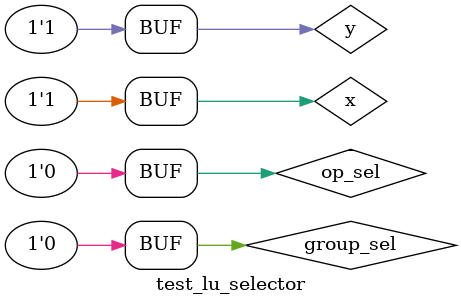
<source format=v>

module lu (
    output and_out,
    output nand_out,
    output or_out,
    output nor_out,
    input a,
    input b
);
// Descrever por portas
    and AND1 (and_out, a, b);
    nand NAND1 (nand_out, a, b);
    or OR1 (or_out, a, b);
    nor NOR1 (nor_out, a, b);
endmodule // lu

// -------------------------
// Multiplexer 2x1
// -------------------------
module mux2x1 (
    output s,
    input a,
    input b,
    input select
);
// Definir dados locais
    wire not_select;
    wire sa;
    wire sb;
// Descrever por portas
    not NOT1 (not_select, select);
    and AND1 (sa, a, not_select);
    and AND2 (sb, b, select);
    or OR1 (s, sa, sb);
endmodule // mux2x1

// -------------------------
// Seleção de grupo e operação
// -------------------------
module lu_selector (
    output result,
    input a,
    input b,
    input op_select,  // Seleciona operação dentro do grupo
    input group_select // Seleciona grupo (0: AND/NAND, 1: OR/NOR)
);
// Definir dados locais
    wire and_out, nand_out, or_out, nor_out;
    wire selected_op_group1, selected_op_group2;

    // Instanciar a LU
    lu LU1 (and_out, nand_out, or_out, nor_out, a, b);

    // Multiplexadores para selecionar a operação de cada grupo
    mux2x1 MUX_OP_GROUP1 (selected_op_group1, nand_out, and_out, op_select); // AND/NAND
    mux2x1 MUX_OP_GROUP2 (selected_op_group2, nor_out, or_out, op_select);   // OR/NOR

    // Multiplexador para selecionar o grupo
    mux2x1 MUX_GROUP (result, selected_op_group1, selected_op_group2, group_select);
endmodule // lu_selector

// -------------------------
// Teste LU com seleção de grupo e operação
// -------------------------
module test_lu_selector;
// Definir dados
    reg x;
    reg y;
    reg op_sel;     // Seleciona operação dentro do grupo
    reg group_sel;  // Seleciona grupo
    wire z;         // Resultado final

    // Instanciar módulo principal
    lu_selector LU_SELECTOR1 (z, x, y, op_sel, group_sel);

    // Parte principal
    initial
    begin : main
        $display("Guia_0703 - Alessandra Faria Rodrigues - 828333");
        $display("Test LU");
        $display(" x y op_sel group_sel z");

        // Inicializar valores
        x = 1'b0; y = 1'b1; op_sel = 1'b0; group_sel = 1'b0;

        // Monitorar mudanças
        #1 $monitor("%4b %4b %7b %9b %4b", x, y, op_sel, group_sel, z);

        // Testes
        #1 op_sel = 1'b1; // Selecionar AND no grupo AND/NAND
        #1 group_sel = 1'b1; // Mudar para grupo OR/NOR e selecionar NOR
        #1 op_sel = 1'b1; // Selecionar OR no grupo OR/NOR
        #1 x = 1'b1; y = 1'b1; // Teste com ambos iguais a 1
        #1 group_sel = 1'b0; op_sel = 1'b0; // Voltar para NAND no grupo AND/NAND
    end
endmodule // test_lu_selector

</source>
